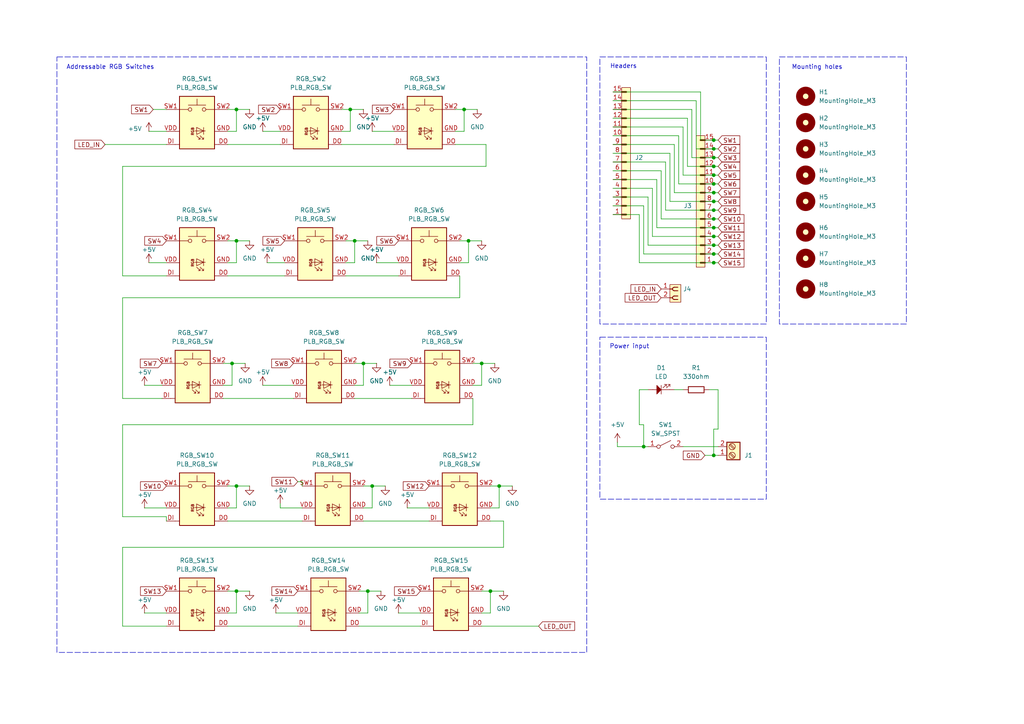
<source format=kicad_sch>
(kicad_sch (version 20231120) (generator "eeschema") (generator_version "8.0")
  (paper "A4")
  (lib_symbols
    (symbol "Interactiles_Symbol_Library:PLB_RGB_SW" (pin_names (offset 1.016) hide)
      (property "Reference" "RGB_SW" (at -3.556 8.636 0))
      (property "Value" "PLB_RGB_SW" (at 0.254 -11.43 0))
      (symbol "PLB_RGB_SW_0_0"
        (text "RGB" (at -1.27 -3.81 900) (effects (font (size 0.762 0.762))))
      )
      (symbol "PLB_RGB_SW_0_1"
        (rectangle (start -5.08 6.35) (end 5.08 -8.89) (stroke (width 0.254)) (fill (type background)))
        (circle (center -2.032 2.54) (radius 0.508))
        (polyline (pts (xy 0 3.81) (xy 0 5.588)))
        (polyline (pts (xy 0.889 -6.096) (xy 0.889 -5.588)))
        (polyline (pts (xy 1.905 -6.096) (xy 1.905 -5.588)))
        (polyline (pts (xy 1.905 -2.667) (xy 1.905 -4.699)))
        (polyline (pts (xy 2.54 3.81) (xy -2.54 3.81)))
        (polyline (pts (xy -0.635 -3.683) (xy 1.905 -3.683) (xy 2.413 -3.683)))
        (polyline (pts (xy -0.127 -5.08) (xy 0.889 -6.096) (xy 0.381 -6.096)))
        (polyline (pts (xy 0.889 -5.08) (xy 1.905 -6.096) (xy 1.397 -6.096)))
        (polyline (pts (xy -0.127 -2.667) (xy -0.127 -4.699) (xy 1.905 -3.683) (xy -0.127 -2.667)))
        (circle (center 2.032 2.54) (radius 0.508))
      )
      (symbol "PLB_RGB_SW_1_1"
        (polyline (pts (xy -6.35 -7.62) (xy -5.08 -7.62)))
        (polyline (pts (xy -6.35 -3.81) (xy -5.08 -3.81)))
        (polyline (pts (xy -6.35 2.54) (xy -2.54 2.54)))
        (polyline (pts (xy 6.35 -7.62) (xy 5.08 -7.62)))
        (polyline (pts (xy 6.35 -3.81) (xy 5.08 -3.81)))
        (polyline (pts (xy 6.35 2.54) (xy 2.54 2.54)))
        (pin input line (at -8.89 -7.62 0) (length 2.54) (name "DIN") (number "DI"))
        (pin output line (at 8.89 -7.62 180) (length 2.54) (name "DO") (number "DO"))
        (pin power_in line (at 8.89 -3.81 180) (length 2.54) (name "GND") (number "GND"))
        (pin passive line (at -8.89 2.54 0) (length 2.54) (name "SW1") (number "SW1"))
        (pin passive line (at 8.89 2.54 180) (length 2.54) (name "SW2") (number "SW2"))
        (pin power_in line (at -8.89 -3.81 0) (length 2.54) (name "VDD") (number "VDD"))
      )
    )
    (symbol "PCM_SL_Devices:LED"
      (property "Reference" "D" (at -0.508 5.334 0))
      (property "Value" "LED" (at -0.508 2.794 0))
      (symbol "LED_0_1"
        (polyline (pts (xy -1.27 0) (xy -2.54 0)))
        (polyline (pts (xy 0 1.27) (xy 0 -1.27)))
        (polyline (pts (xy 0.508 0.508) (xy 1.524 1.524)))
        (polyline (pts (xy 1.27 0) (xy 2.54 0)))
        (polyline (pts (xy 1.524 0.508) (xy 2.54 1.524)))
        (polyline (pts (xy 1.524 1.524) (xy 0.889 1.524)))
        (polyline (pts (xy 1.524 1.524) (xy 1.524 0.889)))
        (polyline (pts (xy 2.54 1.524) (xy 1.905 1.524)))
        (polyline (pts (xy 2.54 1.524) (xy 2.54 0.889)))
        (polyline (pts (xy 0 0) (xy -1.27 -1.27) (xy -1.27 1.27) (xy 0 0) (xy 1.27 0)) (fill (type outline)))
      )
      (symbol "LED_1_1"
        (pin passive line (at 3.81 0 180) (length 1.5) (name "~") (number "1"))
        (pin passive line (at -3.81 0 0) (length 1.5) (name "") (number "2"))
      )
    )
    (symbol "PCM_SL_Mechanical:MountingHole_M3"
      (property "Reference" "H" (at 0 7.62 0))
      (property "Value" "MountingHole_M3" (at 0 5.08 0))
      (symbol "MountingHole_M3_0_1"
        (circle (center 0 0) (radius 1.27) (fill (type background)))
        (circle (center 0 0) (radius 1.7961) (stroke (width 2)))
      )
    )
    (symbol "PCM_SL_Pin_Headers:PINHD_1x15_Male"
      (property "Reference" "J" (at 0 22.86 0))
      (property "Value" "PINHD_1x15_Male" (at 0 20.32 0))
      (symbol "PINHD_1x15_Male_0_1"
        (rectangle (start -1.27 19.05) (end 1.27 -19.05) (fill (type background)))
        (polyline (pts (xy -1.27 -17.78) (xy 0 -17.78)) (stroke (width 0.5)))
        (polyline (pts (xy -1.27 -15.24) (xy 0 -15.24)) (stroke (width 0.5)))
        (polyline (pts (xy -1.27 -12.7) (xy 0 -12.7)) (stroke (width 0.5)))
        (polyline (pts (xy -1.27 -10.16) (xy 0 -10.16)) (stroke (width 0.5)))
        (polyline (pts (xy -1.27 -7.62) (xy 0 -7.62)) (stroke (width 0.5)))
        (polyline (pts (xy -1.27 -5.08) (xy 0 -5.08)) (stroke (width 0.3)))
        (polyline (pts (xy -1.27 -5.08) (xy 0 -5.08)) (stroke (width 0.5)))
        (polyline (pts (xy -1.27 -2.54) (xy 0 -2.54)) (stroke (width 0.3)))
        (polyline (pts (xy -1.27 -2.54) (xy 0 -2.54)) (stroke (width 0.5)))
        (polyline (pts (xy -1.27 0) (xy 0 0)) (stroke (width 0.3)))
        (polyline (pts (xy -1.27 0) (xy 0 0)) (stroke (width 0.5)))
        (polyline (pts (xy -1.27 2.54) (xy 0 2.54)) (stroke (width 0.3)))
        (polyline (pts (xy -1.27 2.54) (xy 0 2.54)) (stroke (width 0.5)))
        (polyline (pts (xy -1.27 5.08) (xy 0 5.08)) (stroke (width 0.3)))
        (polyline (pts (xy -1.27 5.08) (xy 0 5.08)) (stroke (width 0.5)))
        (polyline (pts (xy -1.27 7.62) (xy 0 7.62)) (stroke (width 0.3)))
        (polyline (pts (xy -1.27 7.62) (xy 0 7.62)) (stroke (width 0.5)))
        (polyline (pts (xy -1.27 10.16) (xy 0 10.16)) (stroke (width 0.3)))
        (polyline (pts (xy -1.27 10.16) (xy 0 10.16)) (stroke (width 0.5)))
        (polyline (pts (xy -1.27 12.7) (xy 0 12.7)) (stroke (width 0.3)))
        (polyline (pts (xy -1.27 12.7) (xy 0 12.7)) (stroke (width 0.5)))
        (polyline (pts (xy -1.27 15.24) (xy 0 15.24)) (stroke (width 0.3)))
        (polyline (pts (xy -1.27 15.24) (xy 0 15.24)) (stroke (width 0.5)))
        (polyline (pts (xy -1.27 17.78) (xy 0 17.78)) (stroke (width 0.5)))
      )
      (symbol "PINHD_1x15_Male_1_1"
        (pin passive line (at -3.81 17.78 0) (length 2.54) (name "") (number "1"))
        (pin passive line (at -3.81 -5.08 0) (length 2.54) (name "") (number "10"))
        (pin passive line (at -3.81 -7.62 0) (length 2.54) (name "") (number "11"))
        (pin passive line (at -3.81 -10.16 0) (length 2.54) (name "") (number "12"))
        (pin passive line (at -3.81 -12.7 0) (length 2.54) (name "") (number "13"))
        (pin passive line (at -3.81 -15.24 0) (length 2.54) (name "") (number "14"))
        (pin passive line (at -3.81 -17.78 0) (length 2.54) (name "") (number "15"))
        (pin passive line (at -3.81 15.24 0) (length 2.54) (name "") (number "2"))
        (pin passive line (at -3.81 12.7 0) (length 2.54) (name "") (number "3"))
        (pin passive line (at -3.81 10.16 0) (length 2.54) (name "") (number "4"))
        (pin passive line (at -3.81 7.62 0) (length 2.54) (name "") (number "5"))
        (pin passive line (at -3.81 5.08 0) (length 2.54) (name "") (number "6"))
        (pin passive line (at -3.81 2.54 0) (length 2.54) (name "") (number "7"))
        (pin passive line (at -3.81 0 0) (length 2.54) (name "") (number "8"))
        (pin passive line (at -3.81 -2.54 0) (length 2.54) (name "") (number "9"))
      )
    )
    (symbol "PCM_SL_Pin_Headers:PINHD_1x2_Female"
      (property "Reference" "J" (at 0 7.62 0))
      (property "Value" "PINHD_1x2_Female" (at 0 5.08 0))
      (symbol "PINHD_1x2_Female_0_1"
        (rectangle (start -1.27 2.54) (end 1.905 -2.54) (fill (type background)))
        (arc (start -0.508 -1.27) (mid -0.3592 -1.6292) (end 0 -1.778) (stroke (width 0.25)))
        (arc (start -0.508 1.27) (mid -0.3592 0.9108) (end 0 0.762) (stroke (width 0.25)))
        (arc (start 0 -0.762) (mid -0.3592 -0.9108) (end -0.508 -1.27) (stroke (width 0.25)))
        (polyline (pts (xy -1.27 -1.27) (xy -0.508 -1.27)) (stroke (width 0.25)))
        (polyline (pts (xy -1.27 1.27) (xy -0.508 1.27)) (stroke (width 0.25)))
        (polyline (pts (xy 0 -1.778) (xy 1.016 -1.778)) (stroke (width 0.25)))
        (polyline (pts (xy 0 -0.762) (xy 1.016 -0.762)) (stroke (width 0.25)))
        (polyline (pts (xy 0 0.762) (xy 1.016 0.762)) (stroke (width 0.25)))
        (polyline (pts (xy 0 1.778) (xy 1.016 1.778)) (stroke (width 0.25)))
        (arc (start 0 1.778) (mid -0.3592 1.6292) (end -0.508 1.27) (stroke (width 0.25)))
      )
      (symbol "PINHD_1x2_Female_1_1"
        (pin passive line (at -3.81 1.27 0) (length 2.54) (name "") (number "1"))
        (pin passive line (at -3.81 -1.27 0) (length 2.54) (name "") (number "2"))
      )
    )
    (symbol "PCM_SL_Resistors:330ohm"
      (property "Reference" "R" (at 0 5.08 0))
      (property "Value" "330ohm" (at 0 2.54 0))
      (symbol "330ohm_0_1"
        (rectangle (start -2.286 0.889) (end 2.286 -0.889) (stroke (width 0.24)))
      )
      (symbol "330ohm_1_1"
        (pin passive line (at -3.81 0 0) (length 1.5) (name "") (number "1"))
        (pin passive line (at 3.81 0 180) (length 1.5) (name "~") (number "2"))
      )
    )
    (symbol "PCM_SL_Screw_Terminal:Screw_Terminal_2_P3.50mm"
      (property "Reference" "J" (at 0 3.81 0))
      (property "Value" "Screw_Terminal_2_P3.50mm" (at 0 -3.81 0))
      (symbol "Screw_Terminal_2_P3.50mm_0_1"
        (rectangle (start -1.27 2.54) (end 2.54 -2.54) (stroke (width 0.3)) (fill (type background)))
        (polyline (pts (xy -0.254 -2.032) (xy 1.016 -0.762)))
        (polyline (pts (xy -0.254 0.508) (xy 1.016 1.778)))
        (polyline (pts (xy 0 -1.27) (xy -0.508 -1.778) (xy 0.762 -0.508)))
        (polyline (pts (xy 0 1.27) (xy -0.508 0.762) (xy 0.762 2.032)))
        (circle (center 0.254 -1.27) (radius 0.9158))
        (circle (center 0.254 1.27) (radius 0.9158))
      )
      (symbol "Screw_Terminal_2_P3.50mm_1_1"
        (pin passive line (at -3.81 1.27 0) (length 2.54) (name "") (number "1"))
        (pin passive line (at -3.81 -1.27 0) (length 2.54) (name "") (number "2"))
      )
    )
    (symbol "Switch:SW_SPST" (pin_names (offset 0) hide)
      (property "Reference" "SW" (at 0 3.175 0))
      (property "Value" "SW_SPST" (at 0 -2.54 0))
      (symbol "SW_SPST_0_0"
        (circle (center -2.032 0) (radius 0.508))
        (polyline (pts (xy -1.524 0.254) (xy 1.524 1.778)))
        (circle (center 2.032 0) (radius 0.508))
      )
      (symbol "SW_SPST_1_1"
        (pin passive line (at -5.08 0 0) (length 2.54) (name "A") (number "1"))
        (pin passive line (at 5.08 0 180) (length 2.54) (name "B") (number "2"))
      )
    )
    (symbol "power:+5V" (power) (pin_numbers hide) (pin_names (offset 0) hide)
      (property "Value" "+5V" (at 0 3.556 0))
      (symbol "+5V_0_1"
        (polyline (pts (xy -0.762 1.27) (xy 0 2.54)))
        (polyline (pts (xy 0 0) (xy 0 2.54)))
        (polyline (pts (xy 0 2.54) (xy 0.762 1.27)))
      )
      (symbol "+5V_1_1"
        (pin power_in line (at 0 0 90) (length 0) (name "~") (number "1"))
      )
    )
    (symbol "power:GND" (power) (pin_numbers hide) (pin_names (offset 0) hide)
      (property "Value" "GND" (at 0 -3.81 0))
      (symbol "GND_0_1"
        (polyline (pts (xy 0 0) (xy 0 -1.27) (xy 1.27 -1.27) (xy 0 -2.54) (xy -1.27 -1.27) (xy 0 -1.27)))
      )
      (symbol "GND_1_1"
        (pin power_in line (at 0 0 270) (length 0) (name "~") (number "1"))
      )
    )
  )
  (junction (at 139.7 105.41))
  (junction (at 186.69 129.54))
  (junction (at 207.01 76.2))
  (junction (at 105.41 105.41))
  (junction (at 207.01 58.42))
  (junction (at 207.01 63.5))
  (junction (at 207.01 45.72))
  (junction (at 207.01 48.26))
  (junction (at 142.24 171.45))
  (junction (at 135.89 69.85))
  (junction (at 144.78 140.97))
  (junction (at 68.58 69.85))
  (junction (at 207.01 40.64))
  (junction (at 68.58 31.75))
  (junction (at 68.58 140.97))
  (junction (at 107.95 140.97))
  (junction (at 207.01 50.8))
  (junction (at 207.01 73.66))
  (junction (at 207.01 60.96))
  (junction (at 207.01 43.18))
  (junction (at 207.01 68.58))
  (junction (at 68.58 171.45))
  (junction (at 207.01 66.04))
  (junction (at 207.01 55.88))
  (junction (at 102.87 69.85))
  (junction (at 207.01 132.08))
  (junction (at 207.01 53.34))
  (junction (at 101.6 31.75))
  (junction (at 134.62 31.75))
  (junction (at 67.31 105.41))
  (junction (at 106.68 171.45))
  (junction (at 207.01 71.12))
  (wire (pts (xy 208.28 124.46) (xy 207.01 124.46)))
  (wire (pts (xy 177.8 26.67) (xy 203.2 26.67)))
  (wire (pts (xy 105.41 105.41) (xy 109.22 105.41)))
  (wire (pts (xy 68.58 76.2) (xy 66.04 76.2)))
  (wire (pts (xy 68.58 147.32) (xy 66.04 147.32)))
  (wire (pts (xy 35.56 48.26) (xy 35.56 80.01)))
  (wire (pts (xy 196.85 39.37) (xy 196.85 53.34)))
  (wire (pts (xy 196.85 53.34) (xy 207.01 53.34)))
  (wire (pts (xy 35.56 115.57) (xy 46.99 115.57)))
  (wire (pts (xy 177.8 29.21) (xy 201.93 29.21)))
  (wire (pts (xy 35.56 181.61) (xy 35.56 158.75)))
  (wire (pts (xy 208.28 113.03) (xy 208.28 124.46)))
  (wire (pts (xy 156.21 181.61) (xy 139.7 181.61)))
  (wire (pts (xy 142.24 171.45) (xy 146.05 171.45)))
  (wire (pts (xy 81.28 147.32) (xy 87.63 147.32)))
  (wire (pts (xy 101.6 31.75) (xy 101.6 38.1)))
  (wire (pts (xy 207.01 53.34) (xy 208.28 53.34)))
  (wire (pts (xy 104.14 181.61) (xy 121.92 181.61)))
  (wire (pts (xy 198.12 129.54) (xy 208.28 129.54)))
  (wire (pts (xy 177.8 34.29) (xy 199.39 34.29)))
  (wire (pts (xy 66.04 41.91) (xy 81.28 41.91)))
  (wire (pts (xy 135.89 76.2) (xy 133.35 76.2)))
  (wire (pts (xy 207.01 132.08) (xy 208.28 132.08)))
  (wire (pts (xy 207.01 76.2) (xy 208.28 76.2)))
  (wire (pts (xy 133.35 86.36) (xy 35.56 86.36)))
  (wire (pts (xy 195.58 55.88) (xy 207.01 55.88)))
  (wire (pts (xy 140.97 41.91) (xy 140.97 48.26)))
  (wire (pts (xy 187.96 71.12) (xy 207.01 71.12)))
  (wire (pts (xy 132.08 41.91) (xy 140.97 41.91)))
  (wire (pts (xy 66.04 151.13) (xy 87.63 151.13)))
  (wire (pts (xy 207.01 124.46) (xy 207.01 132.08)))
  (wire (pts (xy 203.2 40.64) (xy 207.01 40.64)))
  (wire (pts (xy 144.78 140.97) (xy 142.24 140.97)))
  (wire (pts (xy 68.58 69.85) (xy 68.58 76.2)))
  (wire (pts (xy 115.57 177.8) (xy 121.92 177.8)))
  (wire (pts (xy 105.41 147.32) (xy 107.95 147.32)))
  (wire (pts (xy 134.62 31.75) (xy 138.43 31.75)))
  (wire (pts (xy 139.7 111.76) (xy 137.16 111.76)))
  (wire (pts (xy 66.04 38.1) (xy 68.58 38.1)))
  (wire (pts (xy 68.58 31.75) (xy 66.04 31.75)))
  (wire (pts (xy 207.01 73.66) (xy 208.28 73.66)))
  (wire (pts (xy 68.58 69.85) (xy 66.04 69.85)))
  (wire (pts (xy 139.7 105.41) (xy 137.16 105.41)))
  (wire (pts (xy 44.45 31.75) (xy 48.26 31.75)))
  (wire (pts (xy 207.01 55.88) (xy 208.28 55.88)))
  (wire (pts (xy 68.58 171.45) (xy 68.58 177.8)))
  (wire (pts (xy 146.05 151.13) (xy 146.05 158.75)))
  (wire (pts (xy 208.28 113.03) (xy 205.74 113.03)))
  (wire (pts (xy 186.69 73.66) (xy 207.01 73.66)))
  (wire (pts (xy 106.68 171.45) (xy 106.68 177.8)))
  (wire (pts (xy 30.48 41.91) (xy 48.26 41.91)))
  (wire (pts (xy 139.7 105.41) (xy 139.7 111.76)))
  (wire (pts (xy 107.95 140.97) (xy 111.76 140.97)))
  (wire (pts (xy 177.8 59.69) (xy 186.69 59.69)))
  (wire (pts (xy 193.04 60.96) (xy 207.01 60.96)))
  (wire (pts (xy 207.01 48.26) (xy 208.28 48.26)))
  (wire (pts (xy 68.58 31.75) (xy 72.39 31.75)))
  (wire (pts (xy 102.87 76.2) (xy 100.33 76.2)))
  (wire (pts (xy 106.68 171.45) (xy 104.14 171.45)))
  (wire (pts (xy 200.66 31.75) (xy 200.66 45.72)))
  (wire (pts (xy 43.18 76.2) (xy 48.26 76.2)))
  (wire (pts (xy 81.28 147.32) (xy 81.28 146.05)))
  (wire (pts (xy 41.91 147.32) (xy 48.26 147.32)))
  (wire (pts (xy 76.2 111.76) (xy 85.09 111.76)))
  (wire (pts (xy 101.6 38.1) (xy 99.06 38.1)))
  (wire (pts (xy 177.8 39.37) (xy 196.85 39.37)))
  (wire (pts (xy 198.12 50.8) (xy 207.01 50.8)))
  (wire (pts (xy 68.58 140.97) (xy 72.39 140.97)))
  (wire (pts (xy 189.23 68.58) (xy 207.01 68.58)))
  (wire (pts (xy 35.56 86.36) (xy 35.56 115.57)))
  (wire (pts (xy 177.8 57.15) (xy 187.96 57.15)))
  (wire (pts (xy 80.01 177.8) (xy 86.36 177.8)))
  (wire (pts (xy 203.2 26.67) (xy 203.2 40.64)))
  (wire (pts (xy 207.01 45.72) (xy 208.28 45.72)))
  (wire (pts (xy 207.01 68.58) (xy 208.28 68.58)))
  (wire (pts (xy 193.04 46.99) (xy 193.04 60.96)))
  (wire (pts (xy 177.8 62.23) (xy 185.42 62.23)))
  (wire (pts (xy 68.58 31.75) (xy 68.58 38.1)))
  (wire (pts (xy 135.89 69.85) (xy 133.35 69.85)))
  (wire (pts (xy 41.91 111.76) (xy 46.99 111.76)))
  (wire (pts (xy 109.22 76.2) (xy 115.57 76.2)))
  (wire (pts (xy 200.66 45.72) (xy 207.01 45.72)))
  (wire (pts (xy 113.03 111.76) (xy 119.38 111.76)))
  (wire (pts (xy 102.87 69.85) (xy 106.68 69.85)))
  (wire (pts (xy 185.42 113.03) (xy 185.42 123.19)))
  (wire (pts (xy 66.04 181.61) (xy 86.36 181.61)))
  (wire (pts (xy 195.58 41.91) (xy 195.58 55.88)))
  (wire (pts (xy 48.26 149.86) (xy 35.56 149.86)))
  (wire (pts (xy 140.97 48.26) (xy 35.56 48.26)))
  (wire (pts (xy 66.04 80.01) (xy 82.55 80.01)))
  (wire (pts (xy 68.58 171.45) (xy 72.39 171.45)))
  (wire (pts (xy 204.47 132.08) (xy 207.01 132.08)))
  (wire (pts (xy 107.95 140.97) (xy 107.95 147.32)))
  (wire (pts (xy 201.93 43.18) (xy 207.01 43.18)))
  (wire (pts (xy 137.16 115.57) (xy 137.16 123.19)))
  (wire (pts (xy 144.78 140.97) (xy 144.78 147.32)))
  (wire (pts (xy 186.69 59.69) (xy 186.69 73.66)))
  (wire (pts (xy 177.8 46.99) (xy 193.04 46.99)))
  (wire (pts (xy 179.07 129.54) (xy 186.69 129.54)))
  (wire (pts (xy 64.77 115.57) (xy 85.09 115.57)))
  (wire (pts (xy 107.95 140.97) (xy 105.41 140.97)))
  (wire (pts (xy 105.41 105.41) (xy 102.87 105.41)))
  (wire (pts (xy 187.96 57.15) (xy 187.96 71.12)))
  (wire (pts (xy 67.31 105.41) (xy 67.31 111.76)))
  (wire (pts (xy 134.62 31.75) (xy 134.62 38.1)))
  (wire (pts (xy 139.7 105.41) (xy 143.51 105.41)))
  (wire (pts (xy 177.8 49.53) (xy 191.77 49.53)))
  (wire (pts (xy 185.42 62.23) (xy 185.42 76.2)))
  (wire (pts (xy 198.12 36.83) (xy 198.12 50.8)))
  (wire (pts (xy 190.5 52.07) (xy 190.5 66.04)))
  (wire (pts (xy 179.07 128.27) (xy 179.07 129.54)))
  (wire (pts (xy 185.42 123.19) (xy 186.69 123.19)))
  (wire (pts (xy 86.36 139.7) (xy 87.63 139.7)))
  (wire (pts (xy 107.95 38.1) (xy 114.3 38.1)))
  (wire (pts (xy 87.63 139.7) (xy 87.63 140.97)))
  (wire (pts (xy 35.56 80.01) (xy 48.26 80.01)))
  (wire (pts (xy 101.6 31.75) (xy 105.41 31.75)))
  (wire (pts (xy 48.26 149.86) (xy 48.26 151.13)))
  (wire (pts (xy 177.8 52.07) (xy 190.5 52.07)))
  (wire (pts (xy 207.01 66.04) (xy 208.28 66.04)))
  (wire (pts (xy 106.68 171.45) (xy 110.49 171.45)))
  (wire (pts (xy 207.01 58.42) (xy 208.28 58.42)))
  (wire (pts (xy 191.77 49.53) (xy 191.77 63.5)))
  (wire (pts (xy 118.11 147.32) (xy 124.46 147.32)))
  (wire (pts (xy 35.56 158.75) (xy 146.05 158.75)))
  (wire (pts (xy 142.24 177.8) (xy 139.7 177.8)))
  (wire (pts (xy 207.01 50.8) (xy 208.28 50.8)))
  (wire (pts (xy 177.8 31.75) (xy 200.66 31.75)))
  (wire (pts (xy 186.69 129.54) (xy 187.96 129.54)))
  (wire (pts (xy 68.58 177.8) (xy 66.04 177.8)))
  (wire (pts (xy 142.24 171.45) (xy 139.7 171.45)))
  (wire (pts (xy 68.58 69.85) (xy 72.39 69.85)))
  (wire (pts (xy 144.78 140.97) (xy 148.59 140.97)))
  (wire (pts (xy 198.12 113.03) (xy 195.58 113.03)))
  (wire (pts (xy 142.24 151.13) (xy 146.05 151.13)))
  (wire (pts (xy 207.01 40.64) (xy 208.28 40.64)))
  (wire (pts (xy 135.89 69.85) (xy 139.7 69.85)))
  (wire (pts (xy 177.8 36.83) (xy 198.12 36.83)))
  (wire (pts (xy 142.24 147.32) (xy 144.78 147.32)))
  (wire (pts (xy 105.41 105.41) (xy 105.41 111.76)))
  (wire (pts (xy 68.58 140.97) (xy 66.04 140.97)))
  (wire (pts (xy 43.18 38.1) (xy 48.26 38.1)))
  (wire (pts (xy 190.5 66.04) (xy 207.01 66.04)))
  (wire (pts (xy 35.56 149.86) (xy 35.56 123.19)))
  (wire (pts (xy 67.31 105.41) (xy 64.77 105.41)))
  (wire (pts (xy 102.87 111.76) (xy 105.41 111.76)))
  (wire (pts (xy 142.24 171.45) (xy 142.24 177.8)))
  (wire (pts (xy 177.8 44.45) (xy 194.31 44.45)))
  (wire (pts (xy 102.87 69.85) (xy 100.33 69.85)))
  (wire (pts (xy 68.58 140.97) (xy 68.58 147.32)))
  (wire (pts (xy 67.31 111.76) (xy 64.77 111.76)))
  (wire (pts (xy 194.31 44.45) (xy 194.31 58.42)))
  (wire (pts (xy 191.77 63.5) (xy 207.01 63.5)))
  (wire (pts (xy 199.39 48.26) (xy 207.01 48.26)))
  (wire (pts (xy 185.42 76.2) (xy 207.01 76.2)))
  (wire (pts (xy 99.06 41.91) (xy 114.3 41.91)))
  (wire (pts (xy 189.23 54.61) (xy 189.23 68.58)))
  (wire (pts (xy 207.01 71.12) (xy 208.28 71.12)))
  (wire (pts (xy 100.33 80.01) (xy 115.57 80.01)))
  (wire (pts (xy 207.01 60.96) (xy 208.28 60.96)))
  (wire (pts (xy 135.89 69.85) (xy 135.89 76.2)))
  (wire (pts (xy 186.69 123.19) (xy 186.69 129.54)))
  (wire (pts (xy 133.35 80.01) (xy 133.35 86.36)))
  (wire (pts (xy 199.39 34.29) (xy 199.39 48.26)))
  (wire (pts (xy 77.47 76.2) (xy 82.55 76.2)))
  (wire (pts (xy 177.8 41.91) (xy 195.58 41.91)))
  (wire (pts (xy 41.91 177.8) (xy 48.26 177.8)))
  (wire (pts (xy 105.41 151.13) (xy 124.46 151.13)))
  (wire (pts (xy 35.56 181.61) (xy 48.26 181.61)))
  (wire (pts (xy 207.01 43.18) (xy 208.28 43.18)))
  (wire (pts (xy 185.42 113.03) (xy 187.96 113.03)))
  (wire (pts (xy 106.68 177.8) (xy 104.14 177.8)))
  (wire (pts (xy 35.56 123.19) (xy 137.16 123.19)))
  (wire (pts (xy 134.62 38.1) (xy 132.08 38.1)))
  (wire (pts (xy 67.31 105.41) (xy 71.12 105.41)))
  (wire (pts (xy 101.6 31.75) (xy 99.06 31.75)))
  (wire (pts (xy 134.62 31.75) (xy 132.08 31.75)))
  (wire (pts (xy 194.31 58.42) (xy 207.01 58.42)))
  (wire (pts (xy 207.01 63.5) (xy 208.28 63.5)))
  (wire (pts (xy 201.93 29.21) (xy 201.93 43.18)))
  (wire (pts (xy 68.58 171.45) (xy 66.04 171.45)))
  (wire (pts (xy 76.2 38.1) (xy 81.28 38.1)))
  (wire (pts (xy 177.8 54.61) (xy 189.23 54.61)))
  (wire (pts (xy 102.87 69.85) (xy 102.87 76.2)))
  (wire (pts (xy 102.87 115.57) (xy 119.38 115.57)))
  (rectangle (start 173.99 16.51) (end 222.25 93.98) (stroke (width 0) (type dash)))
  (rectangle (start 16.51 16.51) (end 170.18 189.23) (stroke (width 0) (type dash)))
  (rectangle (start 173.99 97.79) (end 222.25 144.78) (stroke (width 0) (type dash)))
  (rectangle (start 226.06 16.51) (end 262.89 93.98) (stroke (width 0) (type dash)))
  (text "Headers" (at 180.848 19.304 0) (effects (font (size 1.27 1.27))))
  (text "Addressable RGB Switches" (at 32.004 19.558 0) (effects (font (size 1.27 1.27))))
  (text "Power input" (at 176.784 100.584 0) (effects (font (size 1.27 1.27)) (justify left)))
  (text "Mounting holes" (at 229.616 19.558 0) (effects (font (size 1.27 1.27)) (justify left)))
  (global_label "SW10" (shape input) (at 208.28 63.5 0) (property "Intersheetrefs" "${INTERSHEET_REFS}" (effects (hide yes))))
  (global_label "SW2" (shape input) (at 81.28 31.75 180) (property "Intersheetrefs" "${INTERSHEET_REFS}" (effects (hide yes))))
  (global_label "SW5" (shape input) (at 82.55 69.85 180) (property "Intersheetrefs" "${INTERSHEET_REFS}" (effects (hide yes))))
  (global_label "SW14" (shape input) (at 86.36 171.45 180) (property "Intersheetrefs" "${INTERSHEET_REFS}" (effects (hide yes))))
  (global_label "SW12" (shape input) (at 124.46 140.97 180) (property "Intersheetrefs" "${INTERSHEET_REFS}" (effects (hide yes))))
  (global_label "SW4" (shape input) (at 48.26 69.85 180) (property "Intersheetrefs" "${INTERSHEET_REFS}" (effects (hide yes))))
  (global_label "SW1" (shape input) (at 44.45 31.75 180) (property "Intersheetrefs" "${INTERSHEET_REFS}" (effects (hide yes))))
  (global_label "LED_IN" (shape input) (at 30.48 41.91 180) (property "Intersheetrefs" "${INTERSHEET_REFS}" (effects (hide yes))))
  (global_label "SW11" (shape input) (at 208.28 66.04 0) (property "Intersheetrefs" "${INTERSHEET_REFS}" (effects (hide yes))))
  (global_label "SW9" (shape input) (at 208.28 60.96 0) (property "Intersheetrefs" "${INTERSHEET_REFS}" (effects (hide yes))))
  (global_label "SW1" (shape input) (at 208.28 40.64 0) (property "Intersheetrefs" "${INTERSHEET_REFS}" (effects (hide yes))))
  (global_label "GND" (shape input) (at 204.47 132.08 180) (property "Intersheetrefs" "${INTERSHEET_REFS}" (effects (hide yes))))
  (global_label "SW10" (shape input) (at 48.26 140.97 180) (property "Intersheetrefs" "${INTERSHEET_REFS}" (effects (hide yes))))
  (global_label "SW15" (shape input) (at 121.92 171.45 180) (property "Intersheetrefs" "${INTERSHEET_REFS}" (effects (hide yes))))
  (global_label "SW6" (shape input) (at 208.28 53.34 0) (property "Intersheetrefs" "${INTERSHEET_REFS}" (effects (hide yes))))
  (global_label "SW6" (shape input) (at 115.57 69.85 180) (property "Intersheetrefs" "${INTERSHEET_REFS}" (effects (hide yes))))
  (global_label "SW11" (shape input) (at 86.36 139.7 180) (property "Intersheetrefs" "${INTERSHEET_REFS}" (effects (hide yes))))
  (global_label "SW7" (shape input) (at 208.28 55.88 0) (property "Intersheetrefs" "${INTERSHEET_REFS}" (effects (hide yes))))
  (global_label "SW8" (shape input) (at 85.09 105.41 180) (property "Intersheetrefs" "${INTERSHEET_REFS}" (effects (hide yes))))
  (global_label "SW9" (shape input) (at 119.38 105.41 180) (property "Intersheetrefs" "${INTERSHEET_REFS}" (effects (hide yes))))
  (global_label "SW13" (shape input) (at 208.28 71.12 0) (property "Intersheetrefs" "${INTERSHEET_REFS}" (effects (hide yes))))
  (global_label "SW2" (shape input) (at 208.28 43.18 0) (property "Intersheetrefs" "${INTERSHEET_REFS}" (effects (hide yes))))
  (global_label "SW15" (shape input) (at 208.28 76.2 0) (property "Intersheetrefs" "${INTERSHEET_REFS}" (effects (hide yes))))
  (global_label "SW3" (shape input) (at 114.3 31.75 180) (property "Intersheetrefs" "${INTERSHEET_REFS}" (effects (hide yes))))
  (global_label "SW14" (shape input) (at 208.28 73.66 0) (property "Intersheetrefs" "${INTERSHEET_REFS}" (effects (hide yes))))
  (global_label "SW4" (shape input) (at 208.28 48.26 0) (property "Intersheetrefs" "${INTERSHEET_REFS}" (effects (hide yes))))
  (global_label "LED_OUT" (shape input) (at 191.77 86.36 180) (property "Intersheetrefs" "${INTERSHEET_REFS}" (effects (hide yes))))
  (global_label "SW5" (shape input) (at 208.28 50.8 0) (property "Intersheetrefs" "${INTERSHEET_REFS}" (effects (hide yes))))
  (global_label "SW8" (shape input) (at 208.28 58.42 0) (property "Intersheetrefs" "${INTERSHEET_REFS}" (effects (hide yes))))
  (global_label "SW3" (shape input) (at 208.28 45.72 0) (property "Intersheetrefs" "${INTERSHEET_REFS}" (effects (hide yes))))
  (global_label "SW13" (shape input) (at 48.26 171.45 180) (property "Intersheetrefs" "${INTERSHEET_REFS}" (effects (hide yes))))
  (global_label "SW12" (shape input) (at 208.28 68.58 0) (property "Intersheetrefs" "${INTERSHEET_REFS}" (effects (hide yes))))
  (global_label "LED_IN" (shape input) (at 191.77 83.82 180) (property "Intersheetrefs" "${INTERSHEET_REFS}" (effects (hide yes))))
  (global_label "LED_OUT" (shape input) (at 156.21 181.61 0) (property "Intersheetrefs" "${INTERSHEET_REFS}" (effects (hide yes))))
  (global_label "SW7" (shape input) (at 46.99 105.41 180) (property "Intersheetrefs" "${INTERSHEET_REFS}" (effects (hide yes))))
  (symbol (lib_id "Interactiles_Symbol_Library:PLB_RGB_SW") (at 57.15 34.29 0) (unit 1)
    (property "Reference" "RGB_SW1" (at 57.15 22.86 0))
    (property "Value" "PLB_RGB_SW" (at 57.15 25.4 0))
    (property "Footprint" "SilvansFootprintLibrary:PLB-N1PRGB-GTW-AI" (effects (hide yes)))
  )
  (symbol (lib_id "power:+5V") (at 113.03 111.76 0) (unit 1)
    (property "Reference" "#PWR019" (effects (hide yes)))
    (property "Value" "+5V" (at 113.03 107.95 0))
    (property "Description" "Power symbol creates a global label with name \"+5V\"" (effects (hide yes)))
  )
  (symbol (lib_id "power:GND") (at 138.43 31.75 0) (unit 1)
    (property "Reference" "#PWR06" (effects (hide yes)))
    (property "Value" "GND" (at 138.43 36.83 0))
    (property "Description" "Power symbol creates a global label with name \"GND\" , ground" (effects (hide yes)))
  )
  (symbol (lib_id "Interactiles_Symbol_Library:PLB_RGB_SW") (at 57.15 143.51 0) (unit 1)
    (property "Reference" "RGB_SW10" (at 57.15 132.08 0))
    (property "Value" "PLB_RGB_SW" (at 57.15 134.62 0))
    (property "Footprint" "SilvansFootprintLibrary:PLB-N1PRGB-GTW-AI" (effects (hide yes)))
  )
  (symbol (lib_id "power:GND") (at 106.68 69.85 0) (unit 1)
    (property "Reference" "#PWR012" (effects (hide yes)))
    (property "Value" "GND" (at 106.68 74.93 0))
    (property "Description" "Power symbol creates a global label with name \"GND\" , ground" (effects (hide yes)))
  )
  (symbol (lib_id "power:+5V") (at 76.2 111.76 0) (unit 1)
    (property "Reference" "#PWR021" (effects (hide yes)))
    (property "Value" "+5V" (at 76.2 107.95 0))
    (property "Description" "Power symbol creates a global label with name \"+5V\"" (effects (hide yes)))
  )
  (symbol (lib_id "power:GND") (at 72.39 31.75 0) (unit 1)
    (property "Reference" "#PWR02" (effects (hide yes)))
    (property "Value" "GND" (at 72.39 36.83 0))
    (property "Description" "Power symbol creates a global label with name \"GND\" , ground" (effects (hide yes)))
  )
  (symbol (lib_id "PCM_SL_Mechanical:MountingHole_M3") (at 233.68 67.31 0) (unit 1)
    (property "Reference" "H6" (at 237.49 66.0399 0) (effects (justify left)))
    (property "Value" "MountingHole_M3" (at 237.49 68.5799 0) (effects (justify left)))
    (property "Footprint" "MountingHole:MountingHole_3.2mm_M3_DIN965_Pad" (effects (hide yes)))
    (property "Description" "3.2mm Diameter Mounting Hole (M3)" (effects (hide yes)))
  )
  (symbol (lib_id "PCM_SL_Mechanical:MountingHole_M3") (at 233.68 27.94 0) (unit 1)
    (property "Reference" "H1" (at 237.49 26.6699 0) (effects (justify left)))
    (property "Value" "MountingHole_M3" (at 237.49 29.2099 0) (effects (justify left)))
    (property "Footprint" "MountingHole:MountingHole_3.2mm_M3_DIN965_Pad" (effects (hide yes)))
    (property "Description" "3.2mm Diameter Mounting Hole (M3)" (effects (hide yes)))
  )
  (symbol (lib_id "PCM_SL_Mechanical:MountingHole_M3") (at 233.68 74.93 0) (unit 1)
    (property "Reference" "H7" (at 237.49 73.6599 0) (effects (justify left)))
    (property "Value" "MountingHole_M3" (at 237.49 76.1999 0) (effects (justify left)))
    (property "Footprint" "MountingHole:MountingHole_3.2mm_M3_DIN965_Pad" (effects (hide yes)))
    (property "Description" "3.2mm Diameter Mounting Hole (M3)" (effects (hide yes)))
  )
  (symbol (lib_id "PCM_SL_Mechanical:MountingHole_M3") (at 233.68 35.56 0) (unit 1)
    (property "Reference" "H2" (at 237.49 34.2899 0) (effects (justify left)))
    (property "Value" "MountingHole_M3" (at 237.49 36.8299 0) (effects (justify left)))
    (property "Footprint" "MountingHole:MountingHole_3.2mm_M3_DIN965_Pad" (effects (hide yes)))
    (property "Description" "3.2mm Diameter Mounting Hole (M3)" (effects (hide yes)))
  )
  (symbol (lib_id "power:+5V") (at 41.91 111.76 0) (unit 1)
    (property "Reference" "#PWR023" (effects (hide yes)))
    (property "Value" "+5V" (at 41.91 107.95 0))
    (property "Description" "Power symbol creates a global label with name \"+5V\"" (effects (hide yes)))
  )
  (symbol (lib_id "power:GND") (at 72.39 171.45 0) (unit 1)
    (property "Reference" "#PWR026" (effects (hide yes)))
    (property "Value" "GND" (at 72.39 176.53 0))
    (property "Description" "Power symbol creates a global label with name \"GND\" , ground" (effects (hide yes)))
  )
  (symbol (lib_id "power:GND") (at 109.22 105.41 0) (unit 1)
    (property "Reference" "#PWR022" (effects (hide yes)))
    (property "Value" "GND" (at 109.22 110.49 0))
    (property "Description" "Power symbol creates a global label with name \"GND\" , ground" (effects (hide yes)))
  )
  (symbol (lib_id "Interactiles_Symbol_Library:PLB_RGB_SW") (at 123.19 34.29 0) (unit 1)
    (property "Reference" "RGB_SW3" (at 123.19 22.86 0))
    (property "Value" "PLB_RGB_SW" (at 123.19 25.4 0))
    (property "Footprint" "SilvansFootprintLibrary:PLB-N1PRGB-GTW-AI" (effects (hide yes)))
  )
  (symbol (lib_id "power:+5V") (at 115.57 177.8 0) (unit 1)
    (property "Reference" "#PWR029" (effects (hide yes)))
    (property "Value" "+5V" (at 115.57 173.99 0))
    (property "Description" "Power symbol creates a global label with name \"+5V\"" (effects (hide yes)))
  )
  (symbol (lib_id "power:+5V") (at 179.07 128.27 0) (unit 1)
    (property "Reference" "#PWR031" (effects (hide yes)))
    (property "Value" "+5V" (at 179.07 123.19 0))
    (property "Description" "Power symbol creates a global label with name \"+5V\"" (effects (hide yes)))
  )
  (symbol (lib_id "power:+5V") (at 41.91 177.8 0) (unit 1)
    (property "Reference" "#PWR025" (effects (hide yes)))
    (property "Value" "+5V" (at 41.91 173.99 0))
    (property "Description" "Power symbol creates a global label with name \"+5V\"" (effects (hide yes)))
  )
  (symbol (lib_id "Interactiles_Symbol_Library:PLB_RGB_SW") (at 57.15 173.99 0) (unit 1)
    (property "Reference" "RGB_SW13" (at 57.15 162.56 0))
    (property "Value" "PLB_RGB_SW" (at 57.15 165.1 0))
    (property "Footprint" "SilvansFootprintLibrary:PLB-N1PRGB-GTW-AI" (effects (hide yes)))
  )
  (symbol (lib_id "Interactiles_Symbol_Library:PLB_RGB_SW") (at 95.25 173.99 0) (unit 1)
    (property "Reference" "RGB_SW14" (at 95.25 162.56 0))
    (property "Value" "PLB_RGB_SW" (at 95.25 165.1 0))
    (property "Footprint" "SilvansFootprintLibrary:PLB-N1PRGB-GTW-AI" (effects (hide yes)))
  )
  (symbol (lib_id "power:+5V") (at 41.91 147.32 0) (unit 1)
    (property "Reference" "#PWR07" (effects (hide yes)))
    (property "Value" "+5V" (at 41.91 143.51 0))
    (property "Description" "Power symbol creates a global label with name \"+5V\"" (effects (hide yes)))
  )
  (symbol (lib_id "PCM_SL_Pin_Headers:PINHD_1x15_Male") (at 203.2 58.42 180) (unit 1)
    (property "Reference" "J3" (at 200.66 59.6901 0) (effects (justify left)))
    (property "Value" "PINHD_1x15_Male" (effects (hide yes)))
    (property "Footprint" "Connector_FFC-FPC:TE_1-84952-6_1x16-1MP_P1.0mm_Horizontal" (effects (hide yes)))
    (property "Description" "Pin Header male with pin space 2.54mm. Pin Count -15" (effects (hide yes)))
  )
  (symbol (lib_id "power:GND") (at 72.39 140.97 0) (unit 1)
    (property "Reference" "#PWR08" (effects (hide yes)))
    (property "Value" "GND" (at 72.39 146.05 0))
    (property "Description" "Power symbol creates a global label with name \"GND\" , ground" (effects (hide yes)))
  )
  (symbol (lib_id "power:GND") (at 105.41 31.75 0) (unit 1)
    (property "Reference" "#PWR04" (effects (hide yes)))
    (property "Value" "GND" (at 105.41 36.83 0))
    (property "Description" "Power symbol creates a global label with name \"GND\" , ground" (effects (hide yes)))
  )
  (symbol (lib_id "power:GND") (at 111.76 140.97 0) (unit 1)
    (property "Reference" "#PWR016" (effects (hide yes)))
    (property "Value" "GND" (at 111.76 146.05 0))
    (property "Description" "Power symbol creates a global label with name \"GND\" , ground" (effects (hide yes)))
  )
  (symbol (lib_id "power:+5V") (at 81.28 146.05 0) (unit 1)
    (property "Reference" "#PWR015" (effects (hide yes)))
    (property "Value" "+5V" (at 81.28 142.24 0))
    (property "Description" "Power symbol creates a global label with name \"+5V\"" (effects (hide yes)))
  )
  (symbol (lib_id "Switch:SW_SPST") (at 193.04 129.54 0) (unit 1)
    (property "Reference" "SW1" (at 193.04 123.19 0))
    (property "Value" "SW_SPST" (at 193.04 125.73 0))
    (property "Footprint" "Button Switch SMD:SW_DPDT_CK_JS202011JCQN" (effects (hide yes)))
    (property "Description" "Single Pole Single Throw (SPST) switch" (effects (hide yes)))
  )
  (symbol (lib_id "PCM_SL_Mechanical:MountingHole_M3") (at 233.68 43.18 0) (unit 1)
    (property "Reference" "H3" (at 237.49 41.9099 0) (effects (justify left)))
    (property "Value" "MountingHole_M3" (at 237.49 44.4499 0) (effects (justify left)))
    (property "Footprint" "MountingHole:MountingHole_3.2mm_M3_DIN965_Pad" (effects (hide yes)))
    (property "Description" "3.2mm Diameter Mounting Hole (M3)" (effects (hide yes)))
  )
  (symbol (lib_id "power:GND") (at 148.59 140.97 0) (unit 1)
    (property "Reference" "#PWR018" (effects (hide yes)))
    (property "Value" "GND" (at 148.59 146.05 0))
    (property "Description" "Power symbol creates a global label with name \"GND\" , ground" (effects (hide yes)))
  )
  (symbol (lib_id "Interactiles_Symbol_Library:PLB_RGB_SW") (at 91.44 72.39 0) (unit 1)
    (property "Reference" "RGB_SW5" (at 91.44 60.96 0))
    (property "Value" "PLB_RGB_SW" (at 91.44 63.5 0))
    (property "Footprint" "SilvansFootprintLibrary:PLB-N1PRGB-GTW-AI" (effects (hide yes)))
  )
  (symbol (lib_id "power:+5V") (at 76.2 38.1 0) (unit 1)
    (property "Reference" "#PWR03" (effects (hide yes)))
    (property "Value" "+5V" (at 76.2 34.29 0))
    (property "Description" "Power symbol creates a global label with name \"+5V\"" (effects (hide yes)))
  )
  (symbol (lib_id "power:GND") (at 110.49 171.45 0) (unit 1)
    (property "Reference" "#PWR028" (effects (hide yes)))
    (property "Value" "GND" (at 110.49 176.53 0))
    (property "Description" "Power symbol creates a global label with name \"GND\" , ground" (effects (hide yes)))
  )
  (symbol (lib_id "Interactiles_Symbol_Library:PLB_RGB_SW") (at 133.35 143.51 0) (unit 1)
    (property "Reference" "RGB_SW12" (at 133.35 132.08 0))
    (property "Value" "PLB_RGB_SW" (at 133.35 134.62 0))
    (property "Footprint" "SilvansFootprintLibrary:PLB-N1PRGB-GTW-AI" (effects (hide yes)))
  )
  (symbol (lib_id "power:+5V") (at 109.22 76.2 0) (unit 1)
    (property "Reference" "#PWR013" (effects (hide yes)))
    (property "Value" "+5V" (at 109.22 72.39 0))
    (property "Description" "Power symbol creates a global label with name \"+5V\"" (effects (hide yes)))
  )
  (symbol (lib_id "PCM_SL_Pin_Headers:PINHD_1x15_Male") (at 181.61 44.45 0) (mirror x) (unit 1)
    (property "Reference" "J2" (at 184.15 45.7201 0) (effects (justify left)))
    (property "Value" "PINHD_1x15_Male" (effects (hide yes)))
    (property "Footprint" "Connector_PinHeader_2.54mm:PinHeader_1x15_P2.54mm_Vertical" (effects (hide yes)))
    (property "Description" "Pin Header male with pin space 2.54mm. Pin Count -15" (effects (hide yes)))
  )
  (symbol (lib_id "Interactiles_Symbol_Library:PLB_RGB_SW") (at 57.15 72.39 0) (unit 1)
    (property "Reference" "RGB_SW4" (at 57.15 60.96 0))
    (property "Value" "PLB_RGB_SW" (at 57.15 63.5 0))
    (property "Footprint" "SilvansFootprintLibrary:PLB-N1PRGB-GTW-AI" (effects (hide yes)))
  )
  (symbol (lib_id "Interactiles_Symbol_Library:PLB_RGB_SW") (at 124.46 72.39 0) (unit 1)
    (property "Reference" "RGB_SW6" (at 124.46 60.96 0))
    (property "Value" "PLB_RGB_SW" (at 124.46 63.5 0))
    (property "Footprint" "SilvansFootprintLibrary:PLB-N1PRGB-GTW-AI" (effects (hide yes)))
  )
  (symbol (lib_id "PCM_SL_Resistors:330ohm") (at 201.93 113.03 0) (unit 1)
    (property "Reference" "R1" (at 201.93 106.68 0))
    (property "Value" "330ohm" (at 201.93 109.22 0))
    (property "Footprint" "Resistor_SMD:R_0805_2012Metric_Pad1.20x1.40mm_HandSolder" (effects (hide yes)))
    (property "Description" "330Ω, 1/4W Resistor" (effects (hide yes)))
  )
  (symbol (lib_id "power:GND") (at 139.7 69.85 0) (unit 1)
    (property "Reference" "#PWR014" (effects (hide yes)))
    (property "Value" "GND" (at 139.7 74.93 0))
    (property "Description" "Power symbol creates a global label with name \"GND\" , ground" (effects (hide yes)))
  )
  (symbol (lib_id "PCM_SL_Mechanical:MountingHole_M3") (at 233.68 83.82 0) (unit 1)
    (property "Reference" "H8" (at 237.49 82.5499 0) (effects (justify left)))
    (property "Value" "MountingHole_M3" (at 237.49 85.0899 0) (effects (justify left)))
    (property "Footprint" "MountingHole:MountingHole_3.2mm_M3_DIN965_Pad" (effects (hide yes)))
    (property "Description" "3.2mm Diameter Mounting Hole (M3)" (effects (hide yes)))
  )
  (symbol (lib_id "power:+5V") (at 107.95 38.1 0) (unit 1)
    (property "Reference" "#PWR05" (effects (hide yes)))
    (property "Value" "+5V" (at 107.95 34.29 0))
    (property "Description" "Power symbol creates a global label with name \"+5V\"" (effects (hide yes)))
  )
  (symbol (lib_id "PCM_SL_Pin_Headers:PINHD_1x2_Female") (at 195.58 85.09 0) (unit 1)
    (property "Reference" "J4" (at 198.12 83.8199 0) (effects (justify left)))
    (property "Value" "PINHD_1x2_Female" (effects (hide yes)))
    (property "Footprint" "Connector_PinSocket_2.54mm:PinSocket_1x02_P2.54mm_Vertical" (effects (hide yes)))
    (property "Description" "Pin Header female with pin space 2.54mm. Pin Count -2" (effects (hide yes)))
  )
  (symbol (lib_id "power:+5V") (at 43.18 38.1 0) (unit 1)
    (property "Reference" "#PWR01" (effects (hide yes)))
    (property "Value" "+5V" (at 39.116 37.338 0))
    (property "Description" "Power symbol creates a global label with name \"+5V\"" (effects (hide yes)))
  )
  (symbol (lib_id "power:GND") (at 72.39 69.85 0) (unit 1)
    (property "Reference" "#PWR010" (effects (hide yes)))
    (property "Value" "GND" (at 72.39 74.93 0))
    (property "Description" "Power symbol creates a global label with name \"GND\" , ground" (effects (hide yes)))
  )
  (symbol (lib_id "PCM_SL_Screw_Terminal:Screw_Terminal_2_P3.50mm") (at 212.09 130.81 0) (mirror x) (unit 1)
    (property "Reference" "J1" (at 215.9 132.0801 0) (effects (justify left)))
    (property "Value" "Screw_Terminal_2_P3.50mm" (effects (hide yes)))
    (property "Footprint" "TerminalBlock_Phoenix:TerminalBlock_Phoenix_PT-1,5-2-3.5-H_1x02_P3.50mm_Horizontal" (effects (hide yes)))
  )
  (symbol (lib_id "PCM_SL_Mechanical:MountingHole_M3") (at 233.68 50.8 0) (unit 1)
    (property "Reference" "H4" (at 237.49 49.5299 0) (effects (justify left)))
    (property "Value" "MountingHole_M3" (at 237.49 52.0699 0) (effects (justify left)))
    (property "Footprint" "MountingHole:MountingHole_3.2mm_M3_DIN965_Pad" (effects (hide yes)))
    (property "Description" "3.2mm Diameter Mounting Hole (M3)" (effects (hide yes)))
  )
  (symbol (lib_id "Interactiles_Symbol_Library:PLB_RGB_SW") (at 93.98 107.95 0) (unit 1)
    (property "Reference" "RGB_SW8" (at 93.98 96.52 0))
    (property "Value" "PLB_RGB_SW" (at 93.98 99.06 0))
    (property "Footprint" "SilvansFootprintLibrary:PLB-N1PRGB-GTW-AI" (effects (hide yes)))
  )
  (symbol (lib_id "power:+5V") (at 43.18 76.2 0) (unit 1)
    (property "Reference" "#PWR09" (effects (hide yes)))
    (property "Value" "+5V" (at 43.18 72.39 0))
    (property "Description" "Power symbol creates a global label with name \"+5V\"" (effects (hide yes)))
  )
  (symbol (lib_id "PCM_SL_Devices:LED") (at 191.77 113.03 0) (unit 1)
    (property "Reference" "D1" (at 191.77 106.68 0))
    (property "Value" "LED" (at 191.77 109.22 0))
    (property "Footprint" "LED_SMD:LED_1206_3216Metric_Pad1.42x1.75mm_HandSolder" (effects (hide yes)))
    (property "Description" "Common 5mm diameter LED" (effects (hide yes)))
  )
  (symbol (lib_id "PCM_SL_Mechanical:MountingHole_M3") (at 233.68 58.42 0) (unit 1)
    (property "Reference" "H5" (at 237.49 57.1499 0) (effects (justify left)))
    (property "Value" "MountingHole_M3" (at 237.49 59.6899 0) (effects (justify left)))
    (property "Footprint" "MountingHole:MountingHole_3.2mm_M3_DIN965_Pad" (effects (hide yes)))
    (property "Description" "3.2mm Diameter Mounting Hole (M3)" (effects (hide yes)))
  )
  (symbol (lib_id "Interactiles_Symbol_Library:PLB_RGB_SW") (at 96.52 143.51 0) (unit 1)
    (property "Reference" "RGB_SW11" (at 96.52 132.08 0))
    (property "Value" "PLB_RGB_SW" (at 96.52 134.62 0))
    (property "Footprint" "SilvansFootprintLibrary:PLB-N1PRGB-GTW-AI" (effects (hide yes)))
  )
  (symbol (lib_id "power:+5V") (at 118.11 147.32 0) (unit 1)
    (property "Reference" "#PWR017" (effects (hide yes)))
    (property "Value" "+5V" (at 118.11 143.51 0))
    (property "Description" "Power symbol creates a global label with name \"+5V\"" (effects (hide yes)))
  )
  (symbol (lib_id "power:+5V") (at 80.01 177.8 0) (unit 1)
    (property "Reference" "#PWR027" (effects (hide yes)))
    (property "Value" "+5V" (at 80.01 173.99 0))
    (property "Description" "Power symbol creates a global label with name \"+5V\"" (effects (hide yes)))
  )
  (symbol (lib_id "Interactiles_Symbol_Library:PLB_RGB_SW") (at 90.17 34.29 0) (unit 1)
    (property "Reference" "RGB_SW2" (at 90.17 22.86 0))
    (property "Value" "PLB_RGB_SW" (at 90.17 25.4 0))
    (property "Footprint" "SilvansFootprintLibrary:PLB-N1PRGB-GTW-AI" (effects (hide yes)))
  )
  (symbol (lib_id "Interactiles_Symbol_Library:PLB_RGB_SW") (at 55.88 107.95 0) (unit 1)
    (property "Reference" "RGB_SW7" (at 55.88 96.52 0))
    (property "Value" "PLB_RGB_SW" (at 55.88 99.06 0))
    (property "Footprint" "SilvansFootprintLibrary:PLB-N1PRGB-GTW-AI" (effects (hide yes)))
  )
  (symbol (lib_id "power:+5V") (at 77.47 76.2 0) (unit 1)
    (property "Reference" "#PWR011" (effects (hide yes)))
    (property "Value" "+5V" (at 77.47 72.39 0))
    (property "Description" "Power symbol creates a global label with name \"+5V\"" (effects (hide yes)))
  )
  (symbol (lib_id "power:GND") (at 71.12 105.41 0) (unit 1)
    (property "Reference" "#PWR024" (effects (hide yes)))
    (property "Value" "GND" (at 71.12 110.49 0))
    (property "Description" "Power symbol creates a global label with name \"GND\" , ground" (effects (hide yes)))
  )
  (symbol (lib_id "power:GND") (at 146.05 171.45 0) (unit 1)
    (property "Reference" "#PWR030" (effects (hide yes)))
    (property "Value" "GND" (at 146.05 176.53 0))
    (property "Description" "Power symbol creates a global label with name \"GND\" , ground" (effects (hide yes)))
  )
  (symbol (lib_id "power:GND") (at 143.51 105.41 0) (unit 1)
    (property "Reference" "#PWR020" (effects (hide yes)))
    (property "Value" "GND" (at 143.51 110.49 0))
    (property "Description" "Power symbol creates a global label with name \"GND\" , ground" (effects (hide yes)))
  )
  (symbol (lib_id "Interactiles_Symbol_Library:PLB_RGB_SW") (at 128.27 107.95 0) (unit 1)
    (property "Reference" "RGB_SW9" (at 128.27 96.52 0))
    (property "Value" "PLB_RGB_SW" (at 128.27 99.06 0))
    (property "Footprint" "SilvansFootprintLibrary:PLB-N1PRGB-GTW-AI" (effects (hide yes)))
  )
  (symbol (lib_id "Interactiles_Symbol_Library:PLB_RGB_SW") (at 130.81 173.99 0) (unit 1)
    (property "Reference" "RGB_SW15" (at 130.81 162.56 0))
    (property "Value" "PLB_RGB_SW" (at 130.81 165.1 0))
    (property "Footprint" "SilvansFootprintLibrary:PLB-N1PRGB-GTW-AI" (effects (hide yes)))
  )
)
</source>
